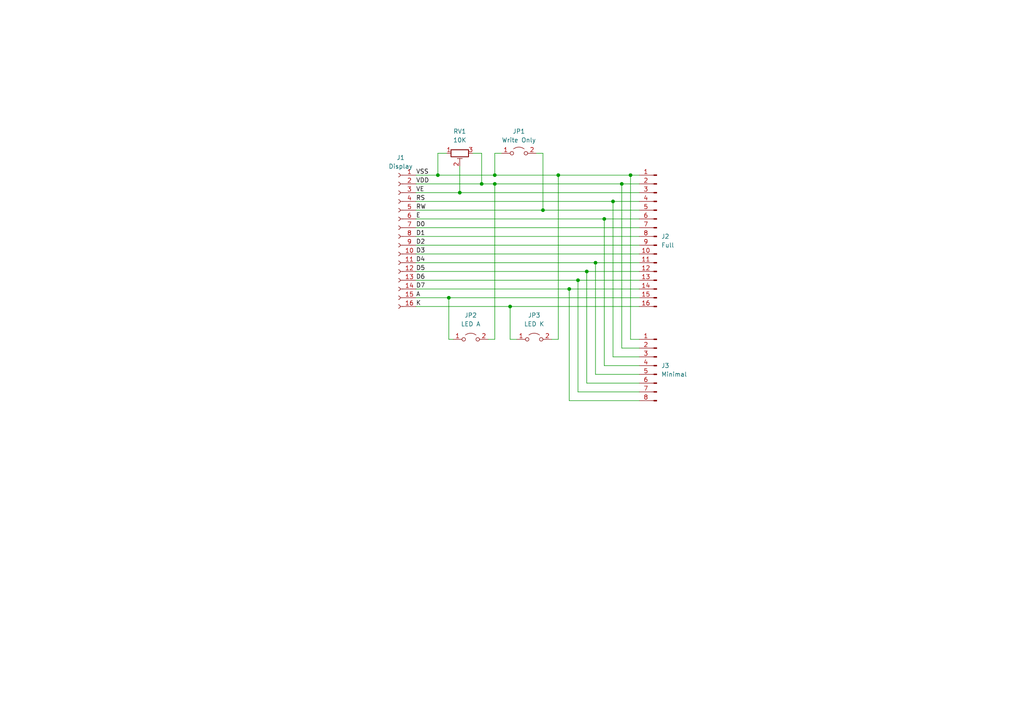
<source format=kicad_sch>
(kicad_sch (version 20211123) (generator eeschema)
  (paper "A4")
  (lib_symbols
    (symbol "Connector:Conn_01x08_Male" (pin_names (offset 1.016) hide)
      (property "Reference" "J" (at 0 10.16 0))
      (property "Value" "Conn_01x08_Male" (at 0 -12.7 0))
      (symbol "Conn_01x08_Male_1_1"
        (polyline (pts (xy 1.27 -10.16) (xy 0.8636 -10.16)) (stroke (width 0.1524)))
        (polyline (pts (xy 1.27 -7.62) (xy 0.8636 -7.62)) (stroke (width 0.1524)))
        (polyline (pts (xy 1.27 -5.08) (xy 0.8636 -5.08)) (stroke (width 0.1524)))
        (polyline (pts (xy 1.27 -2.54) (xy 0.8636 -2.54)) (stroke (width 0.1524)))
        (polyline (pts (xy 1.27 0) (xy 0.8636 0)) (stroke (width 0.1524)))
        (polyline (pts (xy 1.27 2.54) (xy 0.8636 2.54)) (stroke (width 0.1524)))
        (polyline (pts (xy 1.27 5.08) (xy 0.8636 5.08)) (stroke (width 0.1524)))
        (polyline (pts (xy 1.27 7.62) (xy 0.8636 7.62)) (stroke (width 0.1524)))
        (rectangle (start 0.8636 -10.033) (end 0 -10.287) (stroke (width 0.1524)) (fill (type outline)))
        (rectangle (start 0.8636 -7.493) (end 0 -7.747) (stroke (width 0.1524)) (fill (type outline)))
        (rectangle (start 0.8636 -4.953) (end 0 -5.207) (stroke (width 0.1524)) (fill (type outline)))
        (rectangle (start 0.8636 -2.413) (end 0 -2.667) (stroke (width 0.1524)) (fill (type outline)))
        (rectangle (start 0.8636 0.127) (end 0 -0.127) (stroke (width 0.1524)) (fill (type outline)))
        (rectangle (start 0.8636 2.667) (end 0 2.413) (stroke (width 0.1524)) (fill (type outline)))
        (rectangle (start 0.8636 5.207) (end 0 4.953) (stroke (width 0.1524)) (fill (type outline)))
        (rectangle (start 0.8636 7.747) (end 0 7.493) (stroke (width 0.1524)) (fill (type outline)))
        (pin passive line (at 5.08 7.62 180) (length 3.81) (name "Pin_1") (number "1"))
        (pin passive line (at 5.08 5.08 180) (length 3.81) (name "Pin_2") (number "2"))
        (pin passive line (at 5.08 2.54 180) (length 3.81) (name "Pin_3") (number "3"))
        (pin passive line (at 5.08 0 180) (length 3.81) (name "Pin_4") (number "4"))
        (pin passive line (at 5.08 -2.54 180) (length 3.81) (name "Pin_5") (number "5"))
        (pin passive line (at 5.08 -5.08 180) (length 3.81) (name "Pin_6") (number "6"))
        (pin passive line (at 5.08 -7.62 180) (length 3.81) (name "Pin_7") (number "7"))
        (pin passive line (at 5.08 -10.16 180) (length 3.81) (name "Pin_8") (number "8"))
      )
    )
    (symbol "Connector:Conn_01x16_Female" (pin_names (offset 1.016) hide)
      (property "Reference" "J" (at 0 20.32 0))
      (property "Value" "Conn_01x16_Female" (at 0 -22.86 0))
      (symbol "Conn_01x16_Female_1_1"
        (arc (start 0 -19.812) (mid -0.508 -20.32) (end 0 -20.828) (stroke (width 0.1524)))
        (arc (start 0 -17.272) (mid -0.508 -17.78) (end 0 -18.288) (stroke (width 0.1524)))
        (arc (start 0 -14.732) (mid -0.508 -15.24) (end 0 -15.748) (stroke (width 0.1524)))
        (arc (start 0 -12.192) (mid -0.508 -12.7) (end 0 -13.208) (stroke (width 0.1524)))
        (arc (start 0 -9.652) (mid -0.508 -10.16) (end 0 -10.668) (stroke (width 0.1524)))
        (arc (start 0 -7.112) (mid -0.508 -7.62) (end 0 -8.128) (stroke (width 0.1524)))
        (arc (start 0 -4.572) (mid -0.508 -5.08) (end 0 -5.588) (stroke (width 0.1524)))
        (arc (start 0 -2.032) (mid -0.508 -2.54) (end 0 -3.048) (stroke (width 0.1524)))
        (polyline (pts (xy -1.27 -20.32) (xy -0.508 -20.32)) (stroke (width 0.1524)))
        (polyline (pts (xy -1.27 -17.78) (xy -0.508 -17.78)) (stroke (width 0.1524)))
        (polyline (pts (xy -1.27 -15.24) (xy -0.508 -15.24)) (stroke (width 0.1524)))
        (polyline (pts (xy -1.27 -12.7) (xy -0.508 -12.7)) (stroke (width 0.1524)))
        (polyline (pts (xy -1.27 -10.16) (xy -0.508 -10.16)) (stroke (width 0.1524)))
        (polyline (pts (xy -1.27 -7.62) (xy -0.508 -7.62)) (stroke (width 0.1524)))
        (polyline (pts (xy -1.27 -5.08) (xy -0.508 -5.08)) (stroke (width 0.1524)))
        (polyline (pts (xy -1.27 -2.54) (xy -0.508 -2.54)) (stroke (width 0.1524)))
        (polyline (pts (xy -1.27 0) (xy -0.508 0)) (stroke (width 0.1524)))
        (polyline (pts (xy -1.27 2.54) (xy -0.508 2.54)) (stroke (width 0.1524)))
        (polyline (pts (xy -1.27 5.08) (xy -0.508 5.08)) (stroke (width 0.1524)))
        (polyline (pts (xy -1.27 7.62) (xy -0.508 7.62)) (stroke (width 0.1524)))
        (polyline (pts (xy -1.27 10.16) (xy -0.508 10.16)) (stroke (width 0.1524)))
        (polyline (pts (xy -1.27 12.7) (xy -0.508 12.7)) (stroke (width 0.1524)))
        (polyline (pts (xy -1.27 15.24) (xy -0.508 15.24)) (stroke (width 0.1524)))
        (polyline (pts (xy -1.27 17.78) (xy -0.508 17.78)) (stroke (width 0.1524)))
        (arc (start 0 0.508) (mid -0.508 0) (end 0 -0.508) (stroke (width 0.1524)))
        (arc (start 0 3.048) (mid -0.508 2.54) (end 0 2.032) (stroke (width 0.1524)))
        (arc (start 0 5.588) (mid -0.508 5.08) (end 0 4.572) (stroke (width 0.1524)))
        (arc (start 0 8.128) (mid -0.508 7.62) (end 0 7.112) (stroke (width 0.1524)))
        (arc (start 0 10.668) (mid -0.508 10.16) (end 0 9.652) (stroke (width 0.1524)))
        (arc (start 0 13.208) (mid -0.508 12.7) (end 0 12.192) (stroke (width 0.1524)))
        (arc (start 0 15.748) (mid -0.508 15.24) (end 0 14.732) (stroke (width 0.1524)))
        (arc (start 0 18.288) (mid -0.508 17.78) (end 0 17.272) (stroke (width 0.1524)))
        (pin passive line (at -5.08 17.78 0) (length 3.81) (name "Pin_1") (number "1"))
        (pin passive line (at -5.08 -5.08 0) (length 3.81) (name "Pin_10") (number "10"))
        (pin passive line (at -5.08 -7.62 0) (length 3.81) (name "Pin_11") (number "11"))
        (pin passive line (at -5.08 -10.16 0) (length 3.81) (name "Pin_12") (number "12"))
        (pin passive line (at -5.08 -12.7 0) (length 3.81) (name "Pin_13") (number "13"))
        (pin passive line (at -5.08 -15.24 0) (length 3.81) (name "Pin_14") (number "14"))
        (pin passive line (at -5.08 -17.78 0) (length 3.81) (name "Pin_15") (number "15"))
        (pin passive line (at -5.08 -20.32 0) (length 3.81) (name "Pin_16") (number "16"))
        (pin passive line (at -5.08 15.24 0) (length 3.81) (name "Pin_2") (number "2"))
        (pin passive line (at -5.08 12.7 0) (length 3.81) (name "Pin_3") (number "3"))
        (pin passive line (at -5.08 10.16 0) (length 3.81) (name "Pin_4") (number "4"))
        (pin passive line (at -5.08 7.62 0) (length 3.81) (name "Pin_5") (number "5"))
        (pin passive line (at -5.08 5.08 0) (length 3.81) (name "Pin_6") (number "6"))
        (pin passive line (at -5.08 2.54 0) (length 3.81) (name "Pin_7") (number "7"))
        (pin passive line (at -5.08 0 0) (length 3.81) (name "Pin_8") (number "8"))
        (pin passive line (at -5.08 -2.54 0) (length 3.81) (name "Pin_9") (number "9"))
      )
    )
    (symbol "Connector:Conn_01x16_Male" (pin_names (offset 1.016) hide)
      (property "Reference" "J" (at 0 20.32 0))
      (property "Value" "Conn_01x16_Male" (at 0 -22.86 0))
      (symbol "Conn_01x16_Male_1_1"
        (polyline (pts (xy 1.27 -20.32) (xy 0.8636 -20.32)) (stroke (width 0.1524)))
        (polyline (pts (xy 1.27 -17.78) (xy 0.8636 -17.78)) (stroke (width 0.1524)))
        (polyline (pts (xy 1.27 -15.24) (xy 0.8636 -15.24)) (stroke (width 0.1524)))
        (polyline (pts (xy 1.27 -12.7) (xy 0.8636 -12.7)) (stroke (width 0.1524)))
        (polyline (pts (xy 1.27 -10.16) (xy 0.8636 -10.16)) (stroke (width 0.1524)))
        (polyline (pts (xy 1.27 -7.62) (xy 0.8636 -7.62)) (stroke (width 0.1524)))
        (polyline (pts (xy 1.27 -5.08) (xy 0.8636 -5.08)) (stroke (width 0.1524)))
        (polyline (pts (xy 1.27 -2.54) (xy 0.8636 -2.54)) (stroke (width 0.1524)))
        (polyline (pts (xy 1.27 0) (xy 0.8636 0)) (stroke (width 0.1524)))
        (polyline (pts (xy 1.27 2.54) (xy 0.8636 2.54)) (stroke (width 0.1524)))
        (polyline (pts (xy 1.27 5.08) (xy 0.8636 5.08)) (stroke (width 0.1524)))
        (polyline (pts (xy 1.27 7.62) (xy 0.8636 7.62)) (stroke (width 0.1524)))
        (polyline (pts (xy 1.27 10.16) (xy 0.8636 10.16)) (stroke (width 0.1524)))
        (polyline (pts (xy 1.27 12.7) (xy 0.8636 12.7)) (stroke (width 0.1524)))
        (polyline (pts (xy 1.27 15.24) (xy 0.8636 15.24)) (stroke (width 0.1524)))
        (polyline (pts (xy 1.27 17.78) (xy 0.8636 17.78)) (stroke (width 0.1524)))
        (rectangle (start 0.8636 -20.193) (end 0 -20.447) (stroke (width 0.1524)) (fill (type outline)))
        (rectangle (start 0.8636 -17.653) (end 0 -17.907) (stroke (width 0.1524)) (fill (type outline)))
        (rectangle (start 0.8636 -15.113) (end 0 -15.367) (stroke (width 0.1524)) (fill (type outline)))
        (rectangle (start 0.8636 -12.573) (end 0 -12.827) (stroke (width 0.1524)) (fill (type outline)))
        (rectangle (start 0.8636 -10.033) (end 0 -10.287) (stroke (width 0.1524)) (fill (type outline)))
        (rectangle (start 0.8636 -7.493) (end 0 -7.747) (stroke (width 0.1524)) (fill (type outline)))
        (rectangle (start 0.8636 -4.953) (end 0 -5.207) (stroke (width 0.1524)) (fill (type outline)))
        (rectangle (start 0.8636 -2.413) (end 0 -2.667) (stroke (width 0.1524)) (fill (type outline)))
        (rectangle (start 0.8636 0.127) (end 0 -0.127) (stroke (width 0.1524)) (fill (type outline)))
        (rectangle (start 0.8636 2.667) (end 0 2.413) (stroke (width 0.1524)) (fill (type outline)))
        (rectangle (start 0.8636 5.207) (end 0 4.953) (stroke (width 0.1524)) (fill (type outline)))
        (rectangle (start 0.8636 7.747) (end 0 7.493) (stroke (width 0.1524)) (fill (type outline)))
        (rectangle (start 0.8636 10.287) (end 0 10.033) (stroke (width 0.1524)) (fill (type outline)))
        (rectangle (start 0.8636 12.827) (end 0 12.573) (stroke (width 0.1524)) (fill (type outline)))
        (rectangle (start 0.8636 15.367) (end 0 15.113) (stroke (width 0.1524)) (fill (type outline)))
        (rectangle (start 0.8636 17.907) (end 0 17.653) (stroke (width 0.1524)) (fill (type outline)))
        (pin passive line (at 5.08 17.78 180) (length 3.81) (name "Pin_1") (number "1"))
        (pin passive line (at 5.08 -5.08 180) (length 3.81) (name "Pin_10") (number "10"))
        (pin passive line (at 5.08 -7.62 180) (length 3.81) (name "Pin_11") (number "11"))
        (pin passive line (at 5.08 -10.16 180) (length 3.81) (name "Pin_12") (number "12"))
        (pin passive line (at 5.08 -12.7 180) (length 3.81) (name "Pin_13") (number "13"))
        (pin passive line (at 5.08 -15.24 180) (length 3.81) (name "Pin_14") (number "14"))
        (pin passive line (at 5.08 -17.78 180) (length 3.81) (name "Pin_15") (number "15"))
        (pin passive line (at 5.08 -20.32 180) (length 3.81) (name "Pin_16") (number "16"))
        (pin passive line (at 5.08 15.24 180) (length 3.81) (name "Pin_2") (number "2"))
        (pin passive line (at 5.08 12.7 180) (length 3.81) (name "Pin_3") (number "3"))
        (pin passive line (at 5.08 10.16 180) (length 3.81) (name "Pin_4") (number "4"))
        (pin passive line (at 5.08 7.62 180) (length 3.81) (name "Pin_5") (number "5"))
        (pin passive line (at 5.08 5.08 180) (length 3.81) (name "Pin_6") (number "6"))
        (pin passive line (at 5.08 2.54 180) (length 3.81) (name "Pin_7") (number "7"))
        (pin passive line (at 5.08 0 180) (length 3.81) (name "Pin_8") (number "8"))
        (pin passive line (at 5.08 -2.54 180) (length 3.81) (name "Pin_9") (number "9"))
      )
    )
    (symbol "Device:R_Potentiometer_Trim" (pin_names (offset 1.016) hide)
      (property "Reference" "RV" (at -4.445 0 90))
      (property "Value" "R_Potentiometer_Trim" (at -2.54 0 90))
      (symbol "R_Potentiometer_Trim_0_1"
        (polyline (pts (xy 1.524 0.762) (xy 1.524 -0.762)))
        (polyline (pts (xy 2.54 0) (xy 1.524 0)))
        (rectangle (start 1.016 2.54) (end -1.016 -2.54) (stroke (width 0.254)))
      )
      (symbol "R_Potentiometer_Trim_1_1"
        (pin passive line (at 0 3.81 270) (length 1.27) (name "1") (number "1"))
        (pin passive line (at 3.81 0 180) (length 1.27) (name "2") (number "2"))
        (pin passive line (at 0 -3.81 90) (length 1.27) (name "3") (number "3"))
      )
    )
    (symbol "Jumper:Jumper_2_Open" (pin_names (offset 0) hide)
      (property "Reference" "JP" (at 0 2.794 0))
      (property "Value" "Jumper_2_Open" (at 0 -2.286 0))
      (symbol "Jumper_2_Open_0_0"
        (circle (center -2.032 0) (radius 0.508))
        (circle (center 2.032 0) (radius 0.508))
      )
      (symbol "Jumper_2_Open_0_1"
        (arc (start 1.524 1.27) (mid 0 1.778) (end -1.524 1.27))
      )
      (symbol "Jumper_2_Open_1_1"
        (pin passive line (at -5.08 0 0) (length 2.54) (name "A") (number "1"))
        (pin passive line (at 5.08 0 180) (length 2.54) (name "B") (number "2"))
      )
    )
  )
  (junction (at 130.175 86.36))
  (junction (at 170.18 78.74))
  (junction (at 165.1 83.82))
  (junction (at 157.48 60.96))
  (junction (at 177.8 58.42))
  (junction (at 143.51 50.8))
  (junction (at 143.51 53.34))
  (junction (at 127 50.8))
  (junction (at 147.955 88.9))
  (junction (at 139.7 53.34))
  (junction (at 180.34 53.34))
  (junction (at 133.35 55.88))
  (junction (at 167.64 81.28))
  (junction (at 182.88 50.8))
  (junction (at 161.925 50.8))
  (junction (at 172.72 76.2))
  (junction (at 175.26 63.5))
  (wire (pts (xy 137.16 44.45) (xy 139.7 44.45)))
  (wire (pts (xy 175.26 63.5) (xy 175.26 106.045)))
  (wire (pts (xy 149.86 98.425) (xy 147.955 98.425)))
  (wire (pts (xy 167.64 113.665) (xy 185.42 113.665)))
  (wire (pts (xy 133.35 55.88) (xy 185.42 55.88)))
  (wire (pts (xy 120.65 76.2) (xy 172.72 76.2)))
  (wire (pts (xy 170.18 78.74) (xy 170.18 111.125)))
  (wire (pts (xy 175.26 106.045) (xy 185.42 106.045)))
  (wire (pts (xy 180.34 53.34) (xy 185.42 53.34)))
  (wire (pts (xy 139.7 44.45) (xy 139.7 53.34)))
  (wire (pts (xy 143.51 53.34) (xy 143.51 98.425)))
  (wire (pts (xy 155.575 44.45) (xy 157.48 44.45)))
  (wire (pts (xy 170.18 78.74) (xy 185.42 78.74)))
  (wire (pts (xy 127 44.45) (xy 127 50.8)))
  (wire (pts (xy 120.65 66.04) (xy 185.42 66.04)))
  (wire (pts (xy 180.34 100.965) (xy 185.42 100.965)))
  (wire (pts (xy 120.65 63.5) (xy 175.26 63.5)))
  (wire (pts (xy 143.51 44.45) (xy 143.51 50.8)))
  (wire (pts (xy 139.7 53.34) (xy 143.51 53.34)))
  (wire (pts (xy 147.955 98.425) (xy 147.955 88.9)))
  (wire (pts (xy 130.175 86.36) (xy 185.42 86.36)))
  (wire (pts (xy 120.65 81.28) (xy 167.64 81.28)))
  (wire (pts (xy 120.65 83.82) (xy 165.1 83.82)))
  (wire (pts (xy 175.26 63.5) (xy 185.42 63.5)))
  (wire (pts (xy 147.955 88.9) (xy 185.42 88.9)))
  (wire (pts (xy 157.48 44.45) (xy 157.48 60.96)))
  (wire (pts (xy 180.34 53.34) (xy 180.34 100.965)))
  (wire (pts (xy 161.925 50.8) (xy 182.88 50.8)))
  (wire (pts (xy 143.51 98.425) (xy 141.605 98.425)))
  (wire (pts (xy 143.51 50.8) (xy 161.925 50.8)))
  (wire (pts (xy 157.48 60.96) (xy 185.42 60.96)))
  (wire (pts (xy 161.925 98.425) (xy 161.925 50.8)))
  (wire (pts (xy 145.415 44.45) (xy 143.51 44.45)))
  (wire (pts (xy 167.64 81.28) (xy 167.64 113.665)))
  (wire (pts (xy 120.65 78.74) (xy 170.18 78.74)))
  (wire (pts (xy 120.65 68.58) (xy 185.42 68.58)))
  (wire (pts (xy 172.72 76.2) (xy 185.42 76.2)))
  (wire (pts (xy 167.64 81.28) (xy 185.42 81.28)))
  (wire (pts (xy 165.1 83.82) (xy 165.1 116.205)))
  (wire (pts (xy 170.18 111.125) (xy 185.42 111.125)))
  (wire (pts (xy 172.72 76.2) (xy 172.72 108.585)))
  (wire (pts (xy 120.65 73.66) (xy 185.42 73.66)))
  (wire (pts (xy 120.65 58.42) (xy 177.8 58.42)))
  (wire (pts (xy 130.175 86.36) (xy 130.175 98.425)))
  (wire (pts (xy 182.88 50.8) (xy 185.42 50.8)))
  (wire (pts (xy 177.8 58.42) (xy 185.42 58.42)))
  (wire (pts (xy 160.02 98.425) (xy 161.925 98.425)))
  (wire (pts (xy 182.88 50.8) (xy 182.88 98.425)))
  (wire (pts (xy 182.88 98.425) (xy 185.42 98.425)))
  (wire (pts (xy 177.8 103.505) (xy 185.42 103.505)))
  (wire (pts (xy 172.72 108.585) (xy 185.42 108.585)))
  (wire (pts (xy 120.65 55.88) (xy 133.35 55.88)))
  (wire (pts (xy 143.51 53.34) (xy 180.34 53.34)))
  (wire (pts (xy 131.445 98.425) (xy 130.175 98.425)))
  (wire (pts (xy 120.65 53.34) (xy 139.7 53.34)))
  (wire (pts (xy 129.54 44.45) (xy 127 44.45)))
  (wire (pts (xy 120.65 60.96) (xy 157.48 60.96)))
  (wire (pts (xy 133.35 48.26) (xy 133.35 55.88)))
  (wire (pts (xy 127 50.8) (xy 143.51 50.8)))
  (wire (pts (xy 177.8 58.42) (xy 177.8 103.505)))
  (wire (pts (xy 120.65 86.36) (xy 130.175 86.36)))
  (wire (pts (xy 120.65 50.8) (xy 127 50.8)))
  (wire (pts (xy 120.65 88.9) (xy 147.955 88.9)))
  (wire (pts (xy 120.65 71.12) (xy 185.42 71.12)))
  (wire (pts (xy 165.1 116.205) (xy 185.42 116.205)))
  (wire (pts (xy 165.1 83.82) (xy 185.42 83.82)))
  (label "RS" (at 120.65 58.42 0))
  (label "D3" (at 120.65 73.66 0))
  (label "D6" (at 120.65 81.28 0))
  (label "VDD" (at 120.65 53.34 0))
  (label "VE" (at 120.65 55.88 0))
  (label "VSS" (at 120.65 50.8 0))
  (label "D7" (at 120.65 83.82 0))
  (label "D2" (at 120.65 71.12 0))
  (label "E" (at 120.65 63.5 0))
  (label "A" (at 120.65 86.36 0))
  (label "D5" (at 120.65 78.74 0))
  (label "K" (at 120.65 88.9 0))
  (label "D0" (at 120.65 66.04 0))
  (label "D1" (at 120.65 68.58 0))
  (label "RW" (at 120.65 60.96 0))
  (label "D4" (at 120.65 76.2 0))
  (symbol (lib_id "Jumper:Jumper_2_Open") (at 136.525 98.425 0) (unit 1)
    (property "Reference" "JP2" (at 136.525 91.44 0))
    (property "Value" "LED A" (at 136.525 93.98 0))
    (property "Footprint" "Personal:SolderJumper" (effects hide))
  )
  (symbol (lib_id "Connector:Conn_01x16_Female") (at 115.57 68.58 0) (mirror y) (unit 1)
    (property "Reference" "J1" (at 116.205 45.72 0))
    (property "Value" "Display" (at 116.205 48.26 0))
    (property "Footprint" "Connector_PinSocket_2.54mm:PinSocket_1x16_P2.54mm_Vertical" (effects hide))
  )
  (symbol (lib_id "Jumper:Jumper_2_Open") (at 154.94 98.425 0) (unit 1)
    (property "Reference" "JP3" (at 154.94 91.44 0))
    (property "Value" "LED K" (at 154.94 93.98 0))
    (property "Footprint" "Personal:SolderJumper" (effects hide))
  )
  (symbol (lib_id "Connector:Conn_01x08_Male") (at 190.5 106.045 0) (mirror y) (unit 1)
    (property "Reference" "J3" (at 191.77 106.0449 0) (effects (justify right)))
    (property "Value" "Minimal" (at 191.77 108.5849 0) (effects (justify right)))
    (property "Footprint" "Connector_PinHeader_2.54mm:PinHeader_1x08_P2.54mm_Vertical" (effects hide))
  )
  (symbol (lib_id "Device:R_Potentiometer_Trim") (at 133.35 44.45 90) (mirror x) (unit 1)
    (property "Reference" "RV1" (at 133.35 38.1 90))
    (property "Value" "10K" (at 133.35 40.64 90))
    (property "Footprint" "Personal:Potentiometer_6mm_Trimmer" (effects hide))
  )
  (symbol (lib_id "Jumper:Jumper_2_Open") (at 150.495 44.45 0) (unit 1)
    (property "Reference" "JP1" (at 150.495 38.1 0))
    (property "Value" "Write Only" (at 150.495 40.64 0))
    (property "Footprint" "Personal:SolderJumper" (effects hide))
  )
  (symbol (lib_id "Connector:Conn_01x16_Male") (at 190.5 68.58 0) (mirror y) (unit 1)
    (property "Reference" "J2" (at 191.77 68.5799 0) (effects (justify right)))
    (property "Value" "Full" (at 191.77 71.1199 0) (effects (justify right)))
    (property "Footprint" "Connector_PinHeader_2.54mm:PinHeader_1x16_P2.54mm_Vertical" (effects hide))
  )
)
</source>
